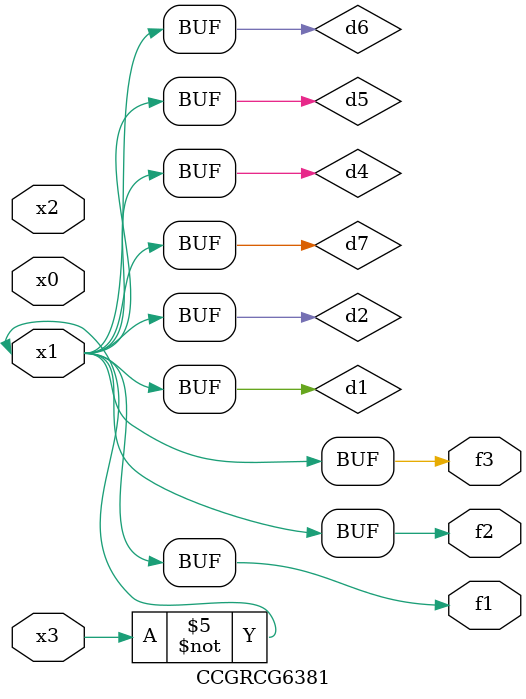
<source format=v>
module CCGRCG6381(
	input x0, x1, x2, x3,
	output f1, f2, f3
);

	wire d1, d2, d3, d4, d5, d6, d7;

	not (d1, x3);
	buf (d2, x1);
	xnor (d3, d1, d2);
	nor (d4, d1);
	buf (d5, d1, d2);
	buf (d6, d4, d5);
	nand (d7, d4);
	assign f1 = d6;
	assign f2 = d7;
	assign f3 = d6;
endmodule

</source>
